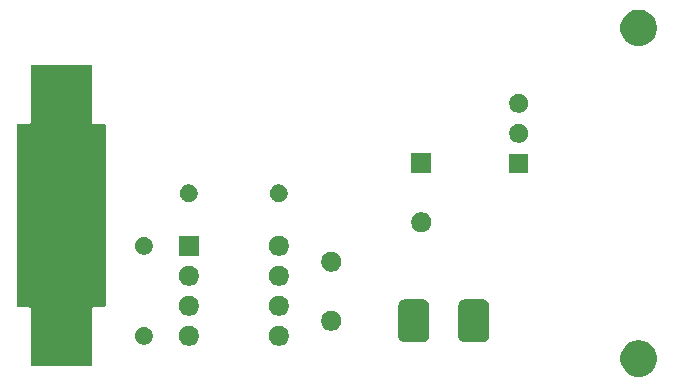
<source format=gbr>
%TF.GenerationSoftware,KiCad,Pcbnew,5.1.5+dfsg1-2build2*%
%TF.CreationDate,2020-09-04T09:29:52+02:00*%
%TF.ProjectId,amp-meter-dc,616d702d-6d65-4746-9572-2d64632e6b69,rev?*%
%TF.SameCoordinates,PX1dac6f8PY6049a88*%
%TF.FileFunction,Soldermask,Bot*%
%TF.FilePolarity,Negative*%
%FSLAX46Y46*%
G04 Gerber Fmt 4.6, Leading zero omitted, Abs format (unit mm)*
G04 Created by KiCad (PCBNEW 5.1.5+dfsg1-2build2) date 2020-09-04 09:29:52*
%MOMM*%
%LPD*%
G04 APERTURE LIST*
%ADD10C,0.150000*%
G04 APERTURE END LIST*
D10*
G36*
X53642585Y4031198D02*
G01*
X53792410Y4001396D01*
X54074674Y3884479D01*
X54328705Y3714741D01*
X54544741Y3498705D01*
X54714479Y3244674D01*
X54831396Y2962410D01*
X54891000Y2662760D01*
X54891000Y2357240D01*
X54831396Y2057590D01*
X54714479Y1775326D01*
X54544741Y1521295D01*
X54328705Y1305259D01*
X54074674Y1135521D01*
X53792410Y1018604D01*
X53642585Y988802D01*
X53492761Y959000D01*
X53187239Y959000D01*
X53037415Y988802D01*
X52887590Y1018604D01*
X52605326Y1135521D01*
X52351295Y1305259D01*
X52135259Y1521295D01*
X51965521Y1775326D01*
X51848604Y2057590D01*
X51789000Y2357240D01*
X51789000Y2662760D01*
X51848604Y2962410D01*
X51965521Y3244674D01*
X52135259Y3498705D01*
X52351295Y3714741D01*
X52605326Y3884479D01*
X52887590Y4001396D01*
X53037415Y4031198D01*
X53187239Y4061000D01*
X53492761Y4061000D01*
X53642585Y4031198D01*
G37*
G36*
X6994999Y27355263D02*
G01*
X7004608Y27352348D01*
X7013472Y27347610D01*
X7021237Y27341237D01*
X7027610Y27333472D01*
X7032348Y27324608D01*
X7035263Y27314999D01*
X7036852Y27298860D01*
X7036852Y22501851D01*
X7039254Y22477465D01*
X7046367Y22454016D01*
X7057918Y22432405D01*
X7073463Y22413463D01*
X7092405Y22397918D01*
X7114016Y22386367D01*
X7137465Y22379254D01*
X7161851Y22376852D01*
X8041924Y22376852D01*
X8053152Y22376301D01*
X8063478Y22375284D01*
X8085434Y22370917D01*
X8092445Y22368790D01*
X8113125Y22360223D01*
X8119585Y22356770D01*
X8138201Y22344332D01*
X8143849Y22339697D01*
X8148215Y22335331D01*
X8148221Y22335326D01*
X8155326Y22328221D01*
X8155331Y22328215D01*
X8159697Y22323849D01*
X8164332Y22318201D01*
X8176770Y22299585D01*
X8180223Y22293125D01*
X8188790Y22272445D01*
X8190917Y22265434D01*
X8195284Y22243478D01*
X8196301Y22233152D01*
X8196852Y22221924D01*
X8196852Y6988076D01*
X8196301Y6976848D01*
X8195284Y6966522D01*
X8190917Y6944566D01*
X8188790Y6937555D01*
X8180223Y6916875D01*
X8176770Y6910415D01*
X8164332Y6891799D01*
X8159697Y6886151D01*
X8155331Y6881785D01*
X8155326Y6881779D01*
X8148221Y6874674D01*
X8148215Y6874669D01*
X8143849Y6870303D01*
X8138201Y6865668D01*
X8119585Y6853230D01*
X8113125Y6849777D01*
X8092445Y6841210D01*
X8085434Y6839083D01*
X8063478Y6834716D01*
X8053152Y6833699D01*
X8041924Y6833148D01*
X7161851Y6833148D01*
X7137465Y6830746D01*
X7114016Y6823633D01*
X7092405Y6812082D01*
X7073463Y6796537D01*
X7057918Y6777595D01*
X7046367Y6755984D01*
X7039254Y6732535D01*
X7036852Y6708149D01*
X7036852Y1911140D01*
X7035263Y1895001D01*
X7032348Y1885392D01*
X7027610Y1876528D01*
X7021237Y1868763D01*
X7013472Y1862390D01*
X7004608Y1857652D01*
X6994999Y1854737D01*
X6978860Y1853148D01*
X1911140Y1853148D01*
X1895001Y1854737D01*
X1885392Y1857652D01*
X1876528Y1862390D01*
X1868763Y1868763D01*
X1862390Y1876528D01*
X1857652Y1885392D01*
X1854737Y1895001D01*
X1853148Y1911140D01*
X1853148Y6708149D01*
X1850746Y6732535D01*
X1843633Y6755984D01*
X1832082Y6777595D01*
X1816537Y6796537D01*
X1797595Y6812082D01*
X1775984Y6823633D01*
X1752535Y6830746D01*
X1728149Y6833148D01*
X848076Y6833148D01*
X836848Y6833699D01*
X826522Y6834716D01*
X804566Y6839083D01*
X797555Y6841210D01*
X776875Y6849777D01*
X770415Y6853230D01*
X751799Y6865668D01*
X746151Y6870303D01*
X741785Y6874669D01*
X741779Y6874674D01*
X734674Y6881779D01*
X734669Y6881785D01*
X730303Y6886151D01*
X725668Y6891799D01*
X713230Y6910415D01*
X709777Y6916875D01*
X701210Y6937555D01*
X699083Y6944566D01*
X694716Y6966522D01*
X693699Y6976848D01*
X693148Y6988076D01*
X693148Y22221924D01*
X693699Y22233152D01*
X694716Y22243478D01*
X699083Y22265434D01*
X701210Y22272445D01*
X709777Y22293125D01*
X713230Y22299585D01*
X725668Y22318201D01*
X730303Y22323849D01*
X734669Y22328215D01*
X734674Y22328221D01*
X741779Y22335326D01*
X741785Y22335331D01*
X746151Y22339697D01*
X751799Y22344332D01*
X770415Y22356770D01*
X776875Y22360223D01*
X797555Y22368790D01*
X804566Y22370917D01*
X826522Y22375284D01*
X836848Y22376301D01*
X848076Y22376852D01*
X1728149Y22376852D01*
X1752535Y22379254D01*
X1775984Y22386367D01*
X1797595Y22397918D01*
X1816537Y22413463D01*
X1832082Y22432405D01*
X1843633Y22454016D01*
X1850746Y22477465D01*
X1853148Y22501851D01*
X1853148Y27298860D01*
X1854737Y27314999D01*
X1857652Y27324608D01*
X1862390Y27333472D01*
X1868763Y27341237D01*
X1876528Y27347610D01*
X1885392Y27352348D01*
X1895001Y27355263D01*
X1911140Y27356852D01*
X6978860Y27356852D01*
X6994999Y27355263D01*
G37*
G36*
X23108228Y5263297D02*
G01*
X23263100Y5199147D01*
X23402481Y5106015D01*
X23521015Y4987481D01*
X23614147Y4848100D01*
X23678297Y4693228D01*
X23711000Y4528816D01*
X23711000Y4361184D01*
X23678297Y4196772D01*
X23614147Y4041900D01*
X23521015Y3902519D01*
X23402481Y3783985D01*
X23263100Y3690853D01*
X23108228Y3626703D01*
X22943816Y3594000D01*
X22776184Y3594000D01*
X22611772Y3626703D01*
X22456900Y3690853D01*
X22317519Y3783985D01*
X22198985Y3902519D01*
X22105853Y4041900D01*
X22041703Y4196772D01*
X22009000Y4361184D01*
X22009000Y4528816D01*
X22041703Y4693228D01*
X22105853Y4848100D01*
X22198985Y4987481D01*
X22317519Y5106015D01*
X22456900Y5199147D01*
X22611772Y5263297D01*
X22776184Y5296000D01*
X22943816Y5296000D01*
X23108228Y5263297D01*
G37*
G36*
X15488228Y5263297D02*
G01*
X15643100Y5199147D01*
X15782481Y5106015D01*
X15901015Y4987481D01*
X15994147Y4848100D01*
X16058297Y4693228D01*
X16091000Y4528816D01*
X16091000Y4361184D01*
X16058297Y4196772D01*
X15994147Y4041900D01*
X15901015Y3902519D01*
X15782481Y3783985D01*
X15643100Y3690853D01*
X15488228Y3626703D01*
X15323816Y3594000D01*
X15156184Y3594000D01*
X14991772Y3626703D01*
X14836900Y3690853D01*
X14697519Y3783985D01*
X14578985Y3902519D01*
X14485853Y4041900D01*
X14421703Y4196772D01*
X14389000Y4361184D01*
X14389000Y4528816D01*
X14421703Y4693228D01*
X14485853Y4848100D01*
X14578985Y4987481D01*
X14697519Y5106015D01*
X14836900Y5199147D01*
X14991772Y5263297D01*
X15156184Y5296000D01*
X15323816Y5296000D01*
X15488228Y5263297D01*
G37*
G36*
X11649059Y5167140D02*
G01*
X11785732Y5110528D01*
X11908735Y5028340D01*
X12013340Y4923735D01*
X12095528Y4800732D01*
X12152140Y4664059D01*
X12181000Y4518967D01*
X12181000Y4371033D01*
X12152140Y4225941D01*
X12095528Y4089268D01*
X12013340Y3966265D01*
X11908735Y3861660D01*
X11785732Y3779472D01*
X11785731Y3779471D01*
X11785730Y3779471D01*
X11649059Y3722860D01*
X11503968Y3694000D01*
X11356032Y3694000D01*
X11210941Y3722860D01*
X11074270Y3779471D01*
X11074269Y3779471D01*
X11074268Y3779472D01*
X10951265Y3861660D01*
X10846660Y3966265D01*
X10764472Y4089268D01*
X10707860Y4225941D01*
X10679000Y4371033D01*
X10679000Y4518967D01*
X10707860Y4664059D01*
X10764472Y4800732D01*
X10846660Y4923735D01*
X10951265Y5028340D01*
X11074268Y5110528D01*
X11210941Y5167140D01*
X11356032Y5196000D01*
X11503968Y5196000D01*
X11649059Y5167140D01*
G37*
G36*
X40209544Y7523917D02*
G01*
X40321616Y7489920D01*
X40424894Y7434717D01*
X40515422Y7360422D01*
X40589717Y7269894D01*
X40644920Y7166616D01*
X40678917Y7054544D01*
X40691000Y6931860D01*
X40691000Y4498140D01*
X40678917Y4375456D01*
X40644920Y4263384D01*
X40589717Y4160106D01*
X40515422Y4069578D01*
X40424894Y3995283D01*
X40321616Y3940080D01*
X40209544Y3906083D01*
X40086860Y3894000D01*
X38653140Y3894000D01*
X38530456Y3906083D01*
X38418384Y3940080D01*
X38315106Y3995283D01*
X38224578Y4069578D01*
X38150283Y4160106D01*
X38095080Y4263384D01*
X38061083Y4375456D01*
X38049000Y4498140D01*
X38049000Y6931860D01*
X38061083Y7054544D01*
X38095080Y7166616D01*
X38150283Y7269894D01*
X38224578Y7360422D01*
X38315106Y7434717D01*
X38418384Y7489920D01*
X38530456Y7523917D01*
X38653140Y7536000D01*
X40086860Y7536000D01*
X40209544Y7523917D01*
G37*
G36*
X35129544Y7523917D02*
G01*
X35241616Y7489920D01*
X35344894Y7434717D01*
X35435422Y7360422D01*
X35509717Y7269894D01*
X35564920Y7166616D01*
X35598917Y7054544D01*
X35611000Y6931860D01*
X35611000Y4498140D01*
X35598917Y4375456D01*
X35564920Y4263384D01*
X35509717Y4160106D01*
X35435422Y4069578D01*
X35344894Y3995283D01*
X35241616Y3940080D01*
X35129544Y3906083D01*
X35006860Y3894000D01*
X33573140Y3894000D01*
X33450456Y3906083D01*
X33338384Y3940080D01*
X33235106Y3995283D01*
X33144578Y4069578D01*
X33070283Y4160106D01*
X33015080Y4263384D01*
X32981083Y4375456D01*
X32969000Y4498140D01*
X32969000Y6931860D01*
X32981083Y7054544D01*
X33015080Y7166616D01*
X33070283Y7269894D01*
X33144578Y7360422D01*
X33235106Y7434717D01*
X33338384Y7489920D01*
X33450456Y7523917D01*
X33573140Y7536000D01*
X35006860Y7536000D01*
X35129544Y7523917D01*
G37*
G36*
X27553228Y6533297D02*
G01*
X27708100Y6469147D01*
X27847481Y6376015D01*
X27966015Y6257481D01*
X28059147Y6118100D01*
X28123297Y5963228D01*
X28156000Y5798816D01*
X28156000Y5631184D01*
X28123297Y5466772D01*
X28059147Y5311900D01*
X27966015Y5172519D01*
X27847481Y5053985D01*
X27708100Y4960853D01*
X27553228Y4896703D01*
X27388816Y4864000D01*
X27221184Y4864000D01*
X27056772Y4896703D01*
X26901900Y4960853D01*
X26762519Y5053985D01*
X26643985Y5172519D01*
X26550853Y5311900D01*
X26486703Y5466772D01*
X26454000Y5631184D01*
X26454000Y5798816D01*
X26486703Y5963228D01*
X26550853Y6118100D01*
X26643985Y6257481D01*
X26762519Y6376015D01*
X26901900Y6469147D01*
X27056772Y6533297D01*
X27221184Y6566000D01*
X27388816Y6566000D01*
X27553228Y6533297D01*
G37*
G36*
X15488228Y7803297D02*
G01*
X15643100Y7739147D01*
X15782481Y7646015D01*
X15901015Y7527481D01*
X15994147Y7388100D01*
X16058297Y7233228D01*
X16091000Y7068816D01*
X16091000Y6901184D01*
X16058297Y6736772D01*
X15994147Y6581900D01*
X15901015Y6442519D01*
X15782481Y6323985D01*
X15643100Y6230853D01*
X15488228Y6166703D01*
X15323816Y6134000D01*
X15156184Y6134000D01*
X14991772Y6166703D01*
X14836900Y6230853D01*
X14697519Y6323985D01*
X14578985Y6442519D01*
X14485853Y6581900D01*
X14421703Y6736772D01*
X14389000Y6901184D01*
X14389000Y7068816D01*
X14421703Y7233228D01*
X14485853Y7388100D01*
X14578985Y7527481D01*
X14697519Y7646015D01*
X14836900Y7739147D01*
X14991772Y7803297D01*
X15156184Y7836000D01*
X15323816Y7836000D01*
X15488228Y7803297D01*
G37*
G36*
X23108228Y7803297D02*
G01*
X23263100Y7739147D01*
X23402481Y7646015D01*
X23521015Y7527481D01*
X23614147Y7388100D01*
X23678297Y7233228D01*
X23711000Y7068816D01*
X23711000Y6901184D01*
X23678297Y6736772D01*
X23614147Y6581900D01*
X23521015Y6442519D01*
X23402481Y6323985D01*
X23263100Y6230853D01*
X23108228Y6166703D01*
X22943816Y6134000D01*
X22776184Y6134000D01*
X22611772Y6166703D01*
X22456900Y6230853D01*
X22317519Y6323985D01*
X22198985Y6442519D01*
X22105853Y6581900D01*
X22041703Y6736772D01*
X22009000Y6901184D01*
X22009000Y7068816D01*
X22041703Y7233228D01*
X22105853Y7388100D01*
X22198985Y7527481D01*
X22317519Y7646015D01*
X22456900Y7739147D01*
X22611772Y7803297D01*
X22776184Y7836000D01*
X22943816Y7836000D01*
X23108228Y7803297D01*
G37*
G36*
X15488228Y10343297D02*
G01*
X15643100Y10279147D01*
X15782481Y10186015D01*
X15901015Y10067481D01*
X15994147Y9928100D01*
X16058297Y9773228D01*
X16091000Y9608816D01*
X16091000Y9441184D01*
X16058297Y9276772D01*
X15994147Y9121900D01*
X15901015Y8982519D01*
X15782481Y8863985D01*
X15643100Y8770853D01*
X15488228Y8706703D01*
X15323816Y8674000D01*
X15156184Y8674000D01*
X14991772Y8706703D01*
X14836900Y8770853D01*
X14697519Y8863985D01*
X14578985Y8982519D01*
X14485853Y9121900D01*
X14421703Y9276772D01*
X14389000Y9441184D01*
X14389000Y9608816D01*
X14421703Y9773228D01*
X14485853Y9928100D01*
X14578985Y10067481D01*
X14697519Y10186015D01*
X14836900Y10279147D01*
X14991772Y10343297D01*
X15156184Y10376000D01*
X15323816Y10376000D01*
X15488228Y10343297D01*
G37*
G36*
X23108228Y10343297D02*
G01*
X23263100Y10279147D01*
X23402481Y10186015D01*
X23521015Y10067481D01*
X23614147Y9928100D01*
X23678297Y9773228D01*
X23711000Y9608816D01*
X23711000Y9441184D01*
X23678297Y9276772D01*
X23614147Y9121900D01*
X23521015Y8982519D01*
X23402481Y8863985D01*
X23263100Y8770853D01*
X23108228Y8706703D01*
X22943816Y8674000D01*
X22776184Y8674000D01*
X22611772Y8706703D01*
X22456900Y8770853D01*
X22317519Y8863985D01*
X22198985Y8982519D01*
X22105853Y9121900D01*
X22041703Y9276772D01*
X22009000Y9441184D01*
X22009000Y9608816D01*
X22041703Y9773228D01*
X22105853Y9928100D01*
X22198985Y10067481D01*
X22317519Y10186015D01*
X22456900Y10279147D01*
X22611772Y10343297D01*
X22776184Y10376000D01*
X22943816Y10376000D01*
X23108228Y10343297D01*
G37*
G36*
X27553228Y11533297D02*
G01*
X27708100Y11469147D01*
X27847481Y11376015D01*
X27966015Y11257481D01*
X28059147Y11118100D01*
X28123297Y10963228D01*
X28156000Y10798816D01*
X28156000Y10631184D01*
X28123297Y10466772D01*
X28059147Y10311900D01*
X27966015Y10172519D01*
X27847481Y10053985D01*
X27708100Y9960853D01*
X27553228Y9896703D01*
X27388816Y9864000D01*
X27221184Y9864000D01*
X27056772Y9896703D01*
X26901900Y9960853D01*
X26762519Y10053985D01*
X26643985Y10172519D01*
X26550853Y10311900D01*
X26486703Y10466772D01*
X26454000Y10631184D01*
X26454000Y10798816D01*
X26486703Y10963228D01*
X26550853Y11118100D01*
X26643985Y11257481D01*
X26762519Y11376015D01*
X26901900Y11469147D01*
X27056772Y11533297D01*
X27221184Y11566000D01*
X27388816Y11566000D01*
X27553228Y11533297D01*
G37*
G36*
X16091000Y11214000D02*
G01*
X14389000Y11214000D01*
X14389000Y12916000D01*
X16091000Y12916000D01*
X16091000Y11214000D01*
G37*
G36*
X23108228Y12883297D02*
G01*
X23263100Y12819147D01*
X23402481Y12726015D01*
X23521015Y12607481D01*
X23614147Y12468100D01*
X23678297Y12313228D01*
X23711000Y12148816D01*
X23711000Y11981184D01*
X23678297Y11816772D01*
X23614147Y11661900D01*
X23521015Y11522519D01*
X23402481Y11403985D01*
X23263100Y11310853D01*
X23108228Y11246703D01*
X22943816Y11214000D01*
X22776184Y11214000D01*
X22611772Y11246703D01*
X22456900Y11310853D01*
X22317519Y11403985D01*
X22198985Y11522519D01*
X22105853Y11661900D01*
X22041703Y11816772D01*
X22009000Y11981184D01*
X22009000Y12148816D01*
X22041703Y12313228D01*
X22105853Y12468100D01*
X22198985Y12607481D01*
X22317519Y12726015D01*
X22456900Y12819147D01*
X22611772Y12883297D01*
X22776184Y12916000D01*
X22943816Y12916000D01*
X23108228Y12883297D01*
G37*
G36*
X11649059Y12787140D02*
G01*
X11785732Y12730528D01*
X11908735Y12648340D01*
X12013340Y12543735D01*
X12095528Y12420732D01*
X12152140Y12284059D01*
X12181000Y12138967D01*
X12181000Y11991033D01*
X12152140Y11845941D01*
X12095528Y11709268D01*
X12013340Y11586265D01*
X11908735Y11481660D01*
X11785732Y11399472D01*
X11785731Y11399471D01*
X11785730Y11399471D01*
X11649059Y11342860D01*
X11503968Y11314000D01*
X11356032Y11314000D01*
X11210941Y11342860D01*
X11074270Y11399471D01*
X11074269Y11399471D01*
X11074268Y11399472D01*
X10951265Y11481660D01*
X10846660Y11586265D01*
X10764472Y11709268D01*
X10707860Y11845941D01*
X10679000Y11991033D01*
X10679000Y12138967D01*
X10707860Y12284059D01*
X10764472Y12420732D01*
X10846660Y12543735D01*
X10951265Y12648340D01*
X11074268Y12730528D01*
X11210941Y12787140D01*
X11356032Y12816000D01*
X11503968Y12816000D01*
X11649059Y12787140D01*
G37*
G36*
X35173228Y14868297D02*
G01*
X35328100Y14804147D01*
X35467481Y14711015D01*
X35586015Y14592481D01*
X35679147Y14453100D01*
X35743297Y14298228D01*
X35776000Y14133816D01*
X35776000Y13966184D01*
X35743297Y13801772D01*
X35679147Y13646900D01*
X35586015Y13507519D01*
X35467481Y13388985D01*
X35328100Y13295853D01*
X35173228Y13231703D01*
X35008816Y13199000D01*
X34841184Y13199000D01*
X34676772Y13231703D01*
X34521900Y13295853D01*
X34382519Y13388985D01*
X34263985Y13507519D01*
X34170853Y13646900D01*
X34106703Y13801772D01*
X34074000Y13966184D01*
X34074000Y14133816D01*
X34106703Y14298228D01*
X34170853Y14453100D01*
X34263985Y14592481D01*
X34382519Y14711015D01*
X34521900Y14804147D01*
X34676772Y14868297D01*
X34841184Y14901000D01*
X35008816Y14901000D01*
X35173228Y14868297D01*
G37*
G36*
X23079059Y17232140D02*
G01*
X23215732Y17175528D01*
X23338735Y17093340D01*
X23443340Y16988735D01*
X23525528Y16865732D01*
X23582140Y16729059D01*
X23611000Y16583967D01*
X23611000Y16436033D01*
X23582140Y16290941D01*
X23525528Y16154268D01*
X23443340Y16031265D01*
X23338735Y15926660D01*
X23215732Y15844472D01*
X23215731Y15844471D01*
X23215730Y15844471D01*
X23079059Y15787860D01*
X22933968Y15759000D01*
X22786032Y15759000D01*
X22640941Y15787860D01*
X22504270Y15844471D01*
X22504269Y15844471D01*
X22504268Y15844472D01*
X22381265Y15926660D01*
X22276660Y16031265D01*
X22194472Y16154268D01*
X22137860Y16290941D01*
X22109000Y16436033D01*
X22109000Y16583967D01*
X22137860Y16729059D01*
X22194472Y16865732D01*
X22276660Y16988735D01*
X22381265Y17093340D01*
X22504268Y17175528D01*
X22640941Y17232140D01*
X22786032Y17261000D01*
X22933968Y17261000D01*
X23079059Y17232140D01*
G37*
G36*
X15459059Y17232140D02*
G01*
X15595732Y17175528D01*
X15718735Y17093340D01*
X15823340Y16988735D01*
X15905528Y16865732D01*
X15962140Y16729059D01*
X15991000Y16583967D01*
X15991000Y16436033D01*
X15962140Y16290941D01*
X15905528Y16154268D01*
X15823340Y16031265D01*
X15718735Y15926660D01*
X15595732Y15844472D01*
X15595731Y15844471D01*
X15595730Y15844471D01*
X15459059Y15787860D01*
X15313968Y15759000D01*
X15166032Y15759000D01*
X15020941Y15787860D01*
X14884270Y15844471D01*
X14884269Y15844471D01*
X14884268Y15844472D01*
X14761265Y15926660D01*
X14656660Y16031265D01*
X14574472Y16154268D01*
X14517860Y16290941D01*
X14489000Y16436033D01*
X14489000Y16583967D01*
X14517860Y16729059D01*
X14574472Y16865732D01*
X14656660Y16988735D01*
X14761265Y17093340D01*
X14884268Y17175528D01*
X15020941Y17232140D01*
X15166032Y17261000D01*
X15313968Y17261000D01*
X15459059Y17232140D01*
G37*
G36*
X35776000Y18199000D02*
G01*
X34074000Y18199000D01*
X34074000Y19901000D01*
X35776000Y19901000D01*
X35776000Y18199000D01*
G37*
G36*
X43993000Y18237000D02*
G01*
X42367000Y18237000D01*
X42367000Y19863000D01*
X43993000Y19863000D01*
X43993000Y18237000D01*
G37*
G36*
X43417142Y22371758D02*
G01*
X43565101Y22310471D01*
X43698255Y22221501D01*
X43811501Y22108255D01*
X43900471Y21975101D01*
X43961758Y21827142D01*
X43993000Y21670075D01*
X43993000Y21509925D01*
X43961758Y21352858D01*
X43900471Y21204899D01*
X43811501Y21071745D01*
X43698255Y20958499D01*
X43565101Y20869529D01*
X43417142Y20808242D01*
X43260075Y20777000D01*
X43099925Y20777000D01*
X42942858Y20808242D01*
X42794899Y20869529D01*
X42661745Y20958499D01*
X42548499Y21071745D01*
X42459529Y21204899D01*
X42398242Y21352858D01*
X42367000Y21509925D01*
X42367000Y21670075D01*
X42398242Y21827142D01*
X42459529Y21975101D01*
X42548499Y22108255D01*
X42661745Y22221501D01*
X42794899Y22310471D01*
X42942858Y22371758D01*
X43099925Y22403000D01*
X43260075Y22403000D01*
X43417142Y22371758D01*
G37*
G36*
X43417142Y24911758D02*
G01*
X43565101Y24850471D01*
X43698255Y24761501D01*
X43811501Y24648255D01*
X43900471Y24515101D01*
X43961758Y24367142D01*
X43993000Y24210075D01*
X43993000Y24049925D01*
X43961758Y23892858D01*
X43900471Y23744899D01*
X43811501Y23611745D01*
X43698255Y23498499D01*
X43565101Y23409529D01*
X43417142Y23348242D01*
X43260075Y23317000D01*
X43099925Y23317000D01*
X42942858Y23348242D01*
X42794899Y23409529D01*
X42661745Y23498499D01*
X42548499Y23611745D01*
X42459529Y23744899D01*
X42398242Y23892858D01*
X42367000Y24049925D01*
X42367000Y24210075D01*
X42398242Y24367142D01*
X42459529Y24515101D01*
X42548499Y24648255D01*
X42661745Y24761501D01*
X42794899Y24850471D01*
X42942858Y24911758D01*
X43099925Y24943000D01*
X43260075Y24943000D01*
X43417142Y24911758D01*
G37*
G36*
X53642585Y32031198D02*
G01*
X53792410Y32001396D01*
X54074674Y31884479D01*
X54328705Y31714741D01*
X54544741Y31498705D01*
X54714479Y31244674D01*
X54831396Y30962410D01*
X54891000Y30662760D01*
X54891000Y30357240D01*
X54831396Y30057590D01*
X54714479Y29775326D01*
X54544741Y29521295D01*
X54328705Y29305259D01*
X54074674Y29135521D01*
X53792410Y29018604D01*
X53642585Y28988802D01*
X53492761Y28959000D01*
X53187239Y28959000D01*
X53037415Y28988802D01*
X52887590Y29018604D01*
X52605326Y29135521D01*
X52351295Y29305259D01*
X52135259Y29521295D01*
X51965521Y29775326D01*
X51848604Y30057590D01*
X51789000Y30357240D01*
X51789000Y30662760D01*
X51848604Y30962410D01*
X51965521Y31244674D01*
X52135259Y31498705D01*
X52351295Y31714741D01*
X52605326Y31884479D01*
X52887590Y32001396D01*
X53037415Y32031198D01*
X53187239Y32061000D01*
X53492761Y32061000D01*
X53642585Y32031198D01*
G37*
M02*

</source>
